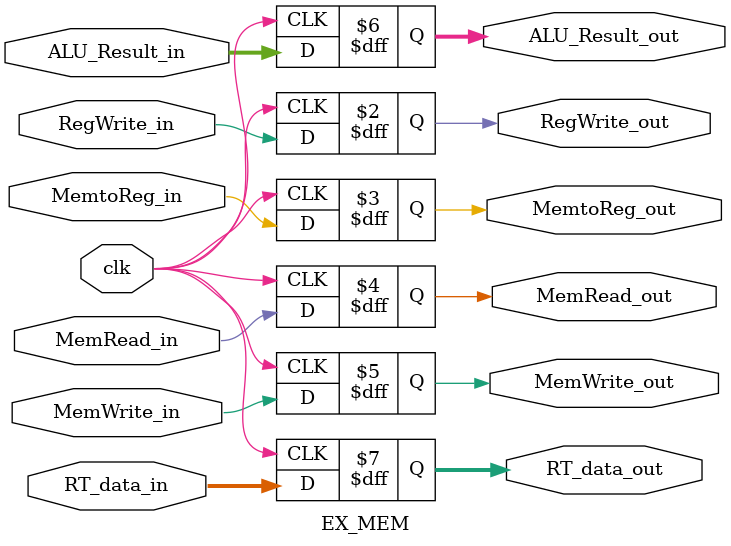
<source format=v>
module EX_MEM(clk, RegWrite_out, MemtoReg_out, MemRead_out, MemWrite_out, ALU_Result_out, RT_data_out, RegWrite_in, MemtoReg_in, MemRead_in, MemWrite_in, RT_data_in, ALU_Result_in);
parameter n = 32;

output reg RegWrite_out, MemtoReg_out, MemRead_out, MemWrite_out;
output reg [n-1:0] ALU_Result_out, RT_data_out;
input clk, RegWrite_in, MemtoReg_in, MemRead_in, MemWrite_in;
input [n-1:0] RT_data_in, ALU_Result_in;
//input [4:0] ID_EX_MUX_in; //***NEED***

always @(posedge clk) begin
/*if (reset_in == 1'b1) begin

end 
	else begin */
	RegWrite_out <= RegWrite_in;
	MemtoReg_out <= MemtoReg_in;
	MemRead_out <= MemRead_in;
	MemWrite_out <= MemWrite_in;
	ALU_Result_out <= ALU_Result_in;
	RT_data_out <= RT_data_in;
	// EX_MEM_Rd_out = ID_EX_MUX_in;
	end  
endmodule

</source>
